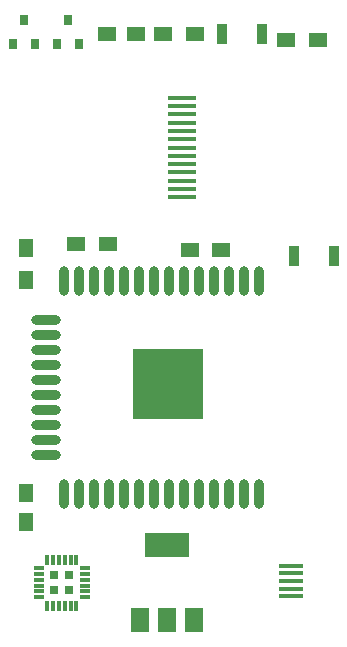
<source format=gbr>
G04 #@! TF.GenerationSoftware,KiCad,Pcbnew,(5.1.2)-1*
G04 #@! TF.CreationDate,2019-08-13T14:32:56+02:00*
G04 #@! TF.ProjectId,tinyRF24,74696e79-5246-4323-942e-6b696361645f,rev?*
G04 #@! TF.SameCoordinates,Original*
G04 #@! TF.FileFunction,Paste,Top*
G04 #@! TF.FilePolarity,Positive*
%FSLAX46Y46*%
G04 Gerber Fmt 4.6, Leading zero omitted, Abs format (unit mm)*
G04 Created by KiCad (PCBNEW (5.1.2)-1) date 2019-08-13 14:32:56*
%MOMM*%
%LPD*%
G04 APERTURE LIST*
%ADD10O,0.900000X2.500000*%
%ADD11O,2.500000X0.900000*%
%ADD12R,6.000000X6.000000*%
%ADD13R,2.400000X0.400000*%
%ADD14R,1.500000X2.000000*%
%ADD15R,3.800000X2.000000*%
%ADD16R,1.500000X1.300000*%
%ADD17R,1.500000X1.250000*%
%ADD18R,0.800000X0.900000*%
%ADD19R,0.900000X1.700000*%
%ADD20R,1.250000X1.500000*%
%ADD21R,1.300000X1.500000*%
%ADD22R,0.780000X0.780000*%
%ADD23R,0.300000X0.850000*%
%ADD24R,0.850000X0.300000*%
%ADD25R,2.000000X0.400000*%
G04 APERTURE END LIST*
D10*
X161460000Y-91550000D03*
X160190000Y-91550000D03*
X158920000Y-91550000D03*
X157650000Y-91550000D03*
X156380000Y-91550000D03*
X155110000Y-91550000D03*
X153840000Y-91550000D03*
X152570000Y-91550000D03*
X151300000Y-91550000D03*
X150030000Y-91550000D03*
X148760000Y-91550000D03*
X147490000Y-91550000D03*
X146220000Y-91550000D03*
X144950000Y-91550000D03*
D11*
X143460000Y-88265000D03*
X143460000Y-86995000D03*
X143460000Y-85725000D03*
X143460000Y-84455000D03*
X143460000Y-83185000D03*
X143460000Y-81915000D03*
X143460000Y-80645000D03*
X143460000Y-79375000D03*
X143460000Y-78105000D03*
X143460000Y-76835000D03*
D10*
X144950000Y-73550000D03*
X146220000Y-73550000D03*
X147490000Y-73550000D03*
X148760000Y-73550000D03*
X150030000Y-73550000D03*
X151300000Y-73550000D03*
X152570000Y-73550000D03*
X153840000Y-73550000D03*
X155110000Y-73550000D03*
X156380000Y-73550000D03*
X157650000Y-73550000D03*
X158920000Y-73550000D03*
X160190000Y-73550000D03*
X161460000Y-73550000D03*
D12*
X153760000Y-82250000D03*
D13*
X154940000Y-66430000D03*
X154940000Y-58030000D03*
X154940000Y-65730000D03*
X154940000Y-62230000D03*
X154940000Y-65030000D03*
X154940000Y-64330000D03*
X154940000Y-63630000D03*
X154940000Y-62930000D03*
X154940000Y-59430000D03*
X154940000Y-61530000D03*
X154940000Y-60830000D03*
X154940000Y-58730000D03*
X154940000Y-60130000D03*
D14*
X151370000Y-102210000D03*
X155970000Y-102210000D03*
X153670000Y-102210000D03*
D15*
X153670000Y-95910000D03*
D16*
X145970000Y-70358000D03*
X148670000Y-70358000D03*
X155600000Y-70916800D03*
X158300000Y-70916800D03*
D17*
X151110000Y-52578000D03*
X148610000Y-52578000D03*
D18*
X141605000Y-51451000D03*
X142555000Y-53451000D03*
X140655000Y-53451000D03*
D19*
X164416000Y-71374000D03*
X167816000Y-71374000D03*
D16*
X166450000Y-53086000D03*
X163750000Y-53086000D03*
D20*
X141732000Y-91460000D03*
X141732000Y-93960000D03*
D21*
X141732000Y-73406000D03*
X141732000Y-70706000D03*
D19*
X161720000Y-52578000D03*
X158320000Y-52578000D03*
D22*
X144130000Y-98410000D03*
X144130000Y-99710000D03*
X145430000Y-98410000D03*
X145430000Y-99710000D03*
D23*
X143530000Y-97110000D03*
X144030000Y-97110000D03*
X144530000Y-97110000D03*
X145030000Y-97110000D03*
X145530000Y-97110000D03*
X146030000Y-97110000D03*
D24*
X146730000Y-97810000D03*
X146730000Y-98310000D03*
X146730000Y-98810000D03*
X146730000Y-99310000D03*
X146730000Y-99810000D03*
X146730000Y-100310000D03*
D23*
X146030000Y-101010000D03*
X145530000Y-101010000D03*
X145030000Y-101010000D03*
X144530000Y-101010000D03*
X144030000Y-101010000D03*
X143530000Y-101010000D03*
D24*
X142830000Y-100310000D03*
X142830000Y-99810000D03*
X142830000Y-99310000D03*
X142830000Y-98810000D03*
X142830000Y-98310000D03*
X142830000Y-97810000D03*
D18*
X144338000Y-53451000D03*
X146238000Y-53451000D03*
X145288000Y-51451000D03*
D16*
X156036000Y-52578000D03*
X153336000Y-52578000D03*
D25*
X164188140Y-100223320D03*
X164188140Y-99590860D03*
X164180520Y-98945700D03*
X164193220Y-98287840D03*
X164193220Y-97637600D03*
M02*

</source>
